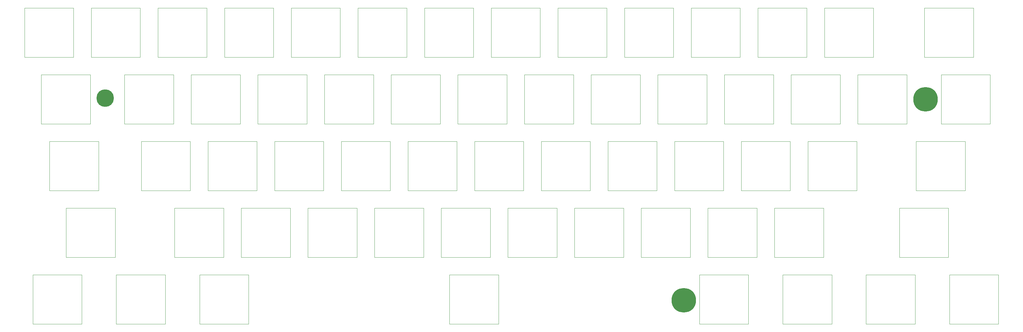
<source format=gto>
%TF.GenerationSoftware,KiCad,Pcbnew,(6.0.7)*%
%TF.CreationDate,2022-09-11T22:15:23-05:00*%
%TF.ProjectId,PyKey60,50794b65-7936-4302-9e6b-696361645f70,1.1*%
%TF.SameCoordinates,Original*%
%TF.FileFunction,Legend,Top*%
%TF.FilePolarity,Positive*%
%FSLAX46Y46*%
G04 Gerber Fmt 4.6, Leading zero omitted, Abs format (unit mm)*
G04 Created by KiCad (PCBNEW (6.0.7)) date 2022-09-11 22:15:23*
%MOMM*%
%LPD*%
G01*
G04 APERTURE LIST*
%ADD10C,0.120000*%
%ADD11C,7.000240*%
%ADD12C,5.001260*%
G04 APERTURE END LIST*
D10*
%TO.C,U1*%
X78437500Y-80820000D02*
X78437500Y-66820000D01*
X78437500Y-80820000D02*
X64437500Y-80820000D01*
X64437500Y-80820000D02*
X64437500Y-66820000D01*
X64437500Y-66820000D02*
X78437500Y-66820000D01*
%TO.C,U2*%
X83487500Y-66820000D02*
X97487500Y-66820000D01*
X83487500Y-80820000D02*
X83487500Y-66820000D01*
X97487500Y-80820000D02*
X83487500Y-80820000D01*
X97487500Y-80820000D02*
X97487500Y-66820000D01*
%TO.C,U3*%
X116538000Y-80820000D02*
X102538000Y-80820000D01*
X116538000Y-80820000D02*
X116538000Y-66820000D01*
X102538000Y-66820000D02*
X116538000Y-66820000D01*
X102538000Y-80820000D02*
X102538000Y-66820000D01*
%TO.C,U4*%
X121588000Y-66820000D02*
X135588000Y-66820000D01*
X135588000Y-80820000D02*
X135588000Y-66820000D01*
X121588000Y-80820000D02*
X121588000Y-66820000D01*
X135588000Y-80820000D02*
X121588000Y-80820000D01*
%TO.C,U5*%
X154638000Y-80820000D02*
X154638000Y-66820000D01*
X140638000Y-80820000D02*
X140638000Y-66820000D01*
X154638000Y-80820000D02*
X140638000Y-80820000D01*
X140638000Y-66820000D02*
X154638000Y-66820000D01*
%TO.C,U6*%
X173688000Y-80820000D02*
X173688000Y-66820000D01*
X159688000Y-80820000D02*
X159688000Y-66820000D01*
X159688000Y-66820000D02*
X173688000Y-66820000D01*
X173688000Y-80820000D02*
X159688000Y-80820000D01*
%TO.C,U7*%
X192738000Y-80820000D02*
X178738000Y-80820000D01*
X178738000Y-80820000D02*
X178738000Y-66820000D01*
X178738000Y-66820000D02*
X192738000Y-66820000D01*
X192738000Y-80820000D02*
X192738000Y-66820000D01*
%TO.C,U8*%
X211788000Y-80820000D02*
X197788000Y-80820000D01*
X211788000Y-80820000D02*
X211788000Y-66820000D01*
X197788000Y-66820000D02*
X211788000Y-66820000D01*
X197788000Y-80820000D02*
X197788000Y-66820000D01*
%TO.C,U9*%
X216838000Y-80820000D02*
X216838000Y-66820000D01*
X230838000Y-80820000D02*
X216838000Y-80820000D01*
X216838000Y-66820000D02*
X230838000Y-66820000D01*
X230838000Y-80820000D02*
X230838000Y-66820000D01*
%TO.C,U10*%
X249888000Y-80820000D02*
X249888000Y-66820000D01*
X235888000Y-66820000D02*
X249888000Y-66820000D01*
X235888000Y-80820000D02*
X235888000Y-66820000D01*
X249888000Y-80820000D02*
X235888000Y-80820000D01*
%TO.C,U11*%
X268938000Y-80820000D02*
X254938000Y-80820000D01*
X254938000Y-80820000D02*
X254938000Y-66820000D01*
X254938000Y-66820000D02*
X268938000Y-66820000D01*
X268938000Y-80820000D02*
X268938000Y-66820000D01*
%TO.C,U12*%
X273988000Y-80820000D02*
X273988000Y-66820000D01*
X287988000Y-80820000D02*
X273988000Y-80820000D01*
X273988000Y-66820000D02*
X287988000Y-66820000D01*
X287988000Y-80820000D02*
X287988000Y-66820000D01*
%TO.C,U13*%
X293038000Y-66820000D02*
X307038000Y-66820000D01*
X307038000Y-80820000D02*
X307038000Y-66820000D01*
X307038000Y-80820000D02*
X293038000Y-80820000D01*
X293038000Y-80820000D02*
X293038000Y-66820000D01*
%TO.C,U14*%
X321613000Y-80820000D02*
X321613000Y-66820000D01*
X321613000Y-66820000D02*
X335613000Y-66820000D01*
X335613000Y-80820000D02*
X335613000Y-66820000D01*
X335613000Y-80820000D02*
X321613000Y-80820000D01*
%TO.C,U15*%
X83200000Y-99870000D02*
X83200000Y-85870000D01*
X83200000Y-99870000D02*
X69200000Y-99870000D01*
X69200000Y-99870000D02*
X69200000Y-85870000D01*
X69200000Y-85870000D02*
X83200000Y-85870000D01*
%TO.C,U16*%
X93012000Y-99870000D02*
X93012000Y-85870000D01*
X107012000Y-99870000D02*
X107012000Y-85870000D01*
X93012000Y-85870000D02*
X107012000Y-85870000D01*
X107012000Y-99870000D02*
X93012000Y-99870000D01*
%TO.C,U17*%
X126062000Y-99870000D02*
X112062000Y-99870000D01*
X126062000Y-99870000D02*
X126062000Y-85870000D01*
X112062000Y-85870000D02*
X126062000Y-85870000D01*
X112062000Y-99870000D02*
X112062000Y-85870000D01*
%TO.C,U18*%
X131112000Y-99870000D02*
X131112000Y-85870000D01*
X145112000Y-99870000D02*
X145112000Y-85870000D01*
X145112000Y-99870000D02*
X131112000Y-99870000D01*
X131112000Y-85870000D02*
X145112000Y-85870000D01*
%TO.C,U19*%
X164162000Y-99870000D02*
X150162000Y-99870000D01*
X150162000Y-99870000D02*
X150162000Y-85870000D01*
X150162000Y-85870000D02*
X164162000Y-85870000D01*
X164162000Y-99870000D02*
X164162000Y-85870000D01*
%TO.C,U21*%
X202262000Y-99870000D02*
X188262000Y-99870000D01*
X188262000Y-99870000D02*
X188262000Y-85870000D01*
X202262000Y-99870000D02*
X202262000Y-85870000D01*
X188262000Y-85870000D02*
X202262000Y-85870000D01*
%TO.C,U22*%
X221312000Y-99870000D02*
X221312000Y-85870000D01*
X207312000Y-99870000D02*
X207312000Y-85870000D01*
X221312000Y-99870000D02*
X207312000Y-99870000D01*
X207312000Y-85870000D02*
X221312000Y-85870000D01*
%TO.C,U23*%
X226362000Y-99870000D02*
X226362000Y-85870000D01*
X240362000Y-99870000D02*
X226362000Y-99870000D01*
X240362000Y-99870000D02*
X240362000Y-85870000D01*
X226362000Y-85870000D02*
X240362000Y-85870000D01*
%TO.C,U25*%
X278462000Y-99870000D02*
X264462000Y-99870000D01*
X264462000Y-99870000D02*
X264462000Y-85870000D01*
X278462000Y-99870000D02*
X278462000Y-85870000D01*
X264462000Y-85870000D02*
X278462000Y-85870000D01*
%TO.C,U26*%
X283512000Y-85870000D02*
X297512000Y-85870000D01*
X283512000Y-99870000D02*
X283512000Y-85870000D01*
X297512000Y-99870000D02*
X297512000Y-85870000D01*
X297512000Y-99870000D02*
X283512000Y-99870000D01*
%TO.C,U27*%
X316562000Y-99870000D02*
X302562000Y-99870000D01*
X302562000Y-99870000D02*
X302562000Y-85870000D01*
X316562000Y-99870000D02*
X316562000Y-85870000D01*
X302562000Y-85870000D02*
X316562000Y-85870000D01*
%TO.C,U28*%
X326375000Y-85870000D02*
X340375000Y-85870000D01*
X340375000Y-99870000D02*
X340375000Y-85870000D01*
X326375000Y-99870000D02*
X326375000Y-85870000D01*
X340375000Y-99870000D02*
X326375000Y-99870000D01*
%TO.C,U29*%
X85582500Y-118920000D02*
X85582500Y-104920000D01*
X71582500Y-104920000D02*
X85582500Y-104920000D01*
X71582500Y-118920000D02*
X71582500Y-104920000D01*
X85582500Y-118920000D02*
X71582500Y-118920000D01*
%TO.C,U30*%
X97775000Y-118920000D02*
X97775000Y-104920000D01*
X97775000Y-104920000D02*
X111775000Y-104920000D01*
X111775000Y-118920000D02*
X97775000Y-118920000D01*
X111775000Y-118920000D02*
X111775000Y-104920000D01*
%TO.C,U31*%
X130825000Y-118920000D02*
X116825000Y-118920000D01*
X130825000Y-118920000D02*
X130825000Y-104920000D01*
X116825000Y-104920000D02*
X130825000Y-104920000D01*
X116825000Y-118920000D02*
X116825000Y-104920000D01*
%TO.C,U32*%
X149875000Y-118920000D02*
X149875000Y-104920000D01*
X135875000Y-104920000D02*
X149875000Y-104920000D01*
X135875000Y-118920000D02*
X135875000Y-104920000D01*
X149875000Y-118920000D02*
X135875000Y-118920000D01*
%TO.C,U33*%
X168925000Y-118920000D02*
X168925000Y-104920000D01*
X154925000Y-118920000D02*
X154925000Y-104920000D01*
X168925000Y-118920000D02*
X154925000Y-118920000D01*
X154925000Y-104920000D02*
X168925000Y-104920000D01*
%TO.C,U34*%
X173975000Y-104920000D02*
X187975000Y-104920000D01*
X173975000Y-118920000D02*
X173975000Y-104920000D01*
X187975000Y-118920000D02*
X173975000Y-118920000D01*
X187975000Y-118920000D02*
X187975000Y-104920000D01*
%TO.C,U35*%
X193025000Y-118920000D02*
X193025000Y-104920000D01*
X207025000Y-118920000D02*
X207025000Y-104920000D01*
X193025000Y-104920000D02*
X207025000Y-104920000D01*
X207025000Y-118920000D02*
X193025000Y-118920000D01*
%TO.C,U36*%
X226075000Y-118920000D02*
X212075000Y-118920000D01*
X226075000Y-118920000D02*
X226075000Y-104920000D01*
X212075000Y-118920000D02*
X212075000Y-104920000D01*
X212075000Y-104920000D02*
X226075000Y-104920000D01*
%TO.C,U37*%
X245125000Y-118920000D02*
X245125000Y-104920000D01*
X231125000Y-118920000D02*
X231125000Y-104920000D01*
X245125000Y-118920000D02*
X231125000Y-118920000D01*
X231125000Y-104920000D02*
X245125000Y-104920000D01*
%TO.C,U38*%
X264175000Y-118920000D02*
X250175000Y-118920000D01*
X264175000Y-118920000D02*
X264175000Y-104920000D01*
X250175000Y-118920000D02*
X250175000Y-104920000D01*
X250175000Y-104920000D02*
X264175000Y-104920000D01*
%TO.C,U39*%
X283225000Y-118920000D02*
X283225000Y-104920000D01*
X269225000Y-104920000D02*
X283225000Y-104920000D01*
X269225000Y-118920000D02*
X269225000Y-104920000D01*
X283225000Y-118920000D02*
X269225000Y-118920000D01*
%TO.C,U40*%
X288275000Y-118920000D02*
X288275000Y-104920000D01*
X302275000Y-118920000D02*
X288275000Y-118920000D01*
X288275000Y-104920000D02*
X302275000Y-104920000D01*
X302275000Y-118920000D02*
X302275000Y-104920000D01*
%TO.C,U41*%
X333231000Y-118920000D02*
X333231000Y-104920000D01*
X333231000Y-118920000D02*
X319231000Y-118920000D01*
X319231000Y-118920000D02*
X319231000Y-104920000D01*
X319231000Y-104920000D02*
X333231000Y-104920000D01*
%TO.C,U42*%
X90312000Y-137970000D02*
X76312000Y-137970000D01*
X76312000Y-123970000D02*
X90312000Y-123970000D01*
X90312000Y-137970000D02*
X90312000Y-123970000D01*
X76312000Y-137970000D02*
X76312000Y-123970000D01*
%TO.C,U43*%
X121300000Y-137970000D02*
X107300000Y-137970000D01*
X107300000Y-123970000D02*
X121300000Y-123970000D01*
X121300000Y-137970000D02*
X121300000Y-123970000D01*
X107300000Y-137970000D02*
X107300000Y-123970000D01*
%TO.C,U44*%
X140350000Y-137970000D02*
X126350000Y-137970000D01*
X126350000Y-123970000D02*
X140350000Y-123970000D01*
X126350000Y-137970000D02*
X126350000Y-123970000D01*
X140350000Y-137970000D02*
X140350000Y-123970000D01*
%TO.C,U45*%
X145400000Y-123970000D02*
X159400000Y-123970000D01*
X159400000Y-137970000D02*
X145400000Y-137970000D01*
X145400000Y-137970000D02*
X145400000Y-123970000D01*
X159400000Y-137970000D02*
X159400000Y-123970000D01*
%TO.C,U46*%
X178450000Y-137970000D02*
X178450000Y-123970000D01*
X164450000Y-137970000D02*
X164450000Y-123970000D01*
X164450000Y-123970000D02*
X178450000Y-123970000D01*
X178450000Y-137970000D02*
X164450000Y-137970000D01*
%TO.C,U47*%
X197500000Y-137970000D02*
X197500000Y-123970000D01*
X197500000Y-137970000D02*
X183500000Y-137970000D01*
X183500000Y-123970000D02*
X197500000Y-123970000D01*
X183500000Y-137970000D02*
X183500000Y-123970000D01*
%TO.C,U48*%
X202550000Y-123970000D02*
X216550000Y-123970000D01*
X216550000Y-137970000D02*
X202550000Y-137970000D01*
X202550000Y-137970000D02*
X202550000Y-123970000D01*
X216550000Y-137970000D02*
X216550000Y-123970000D01*
%TO.C,U49*%
X235600000Y-137970000D02*
X235600000Y-123970000D01*
X235600000Y-137970000D02*
X221600000Y-137970000D01*
X221600000Y-123970000D02*
X235600000Y-123970000D01*
X221600000Y-137970000D02*
X221600000Y-123970000D01*
%TO.C,U50*%
X240650000Y-123970000D02*
X254650000Y-123970000D01*
X240650000Y-137970000D02*
X240650000Y-123970000D01*
X254650000Y-137970000D02*
X254650000Y-123970000D01*
X254650000Y-137970000D02*
X240650000Y-137970000D01*
%TO.C,U51*%
X273700000Y-137970000D02*
X259700000Y-137970000D01*
X259700000Y-137970000D02*
X259700000Y-123970000D01*
X273700000Y-137970000D02*
X273700000Y-123970000D01*
X259700000Y-123970000D02*
X273700000Y-123970000D01*
%TO.C,U52*%
X292750000Y-137970000D02*
X292750000Y-123970000D01*
X278750000Y-123970000D02*
X292750000Y-123970000D01*
X292750000Y-137970000D02*
X278750000Y-137970000D01*
X278750000Y-137970000D02*
X278750000Y-123970000D01*
%TO.C,U53*%
X314469000Y-137970000D02*
X314469000Y-123970000D01*
X314469000Y-123970000D02*
X328469000Y-123970000D01*
X328469000Y-137970000D02*
X314469000Y-137970000D01*
X328469000Y-137970000D02*
X328469000Y-123970000D01*
%TO.C,U54*%
X80818800Y-157020000D02*
X66818800Y-157020000D01*
X66818800Y-143020000D02*
X80818800Y-143020000D01*
X80818800Y-157020000D02*
X80818800Y-143020000D01*
X66818800Y-157020000D02*
X66818800Y-143020000D01*
%TO.C,U55*%
X104631200Y-157020000D02*
X104631200Y-143020000D01*
X90631200Y-143020000D02*
X104631200Y-143020000D01*
X90631200Y-157020000D02*
X90631200Y-143020000D01*
X104631200Y-157020000D02*
X90631200Y-157020000D01*
%TO.C,U56*%
X128444000Y-157020000D02*
X114444000Y-157020000D01*
X128444000Y-157020000D02*
X128444000Y-143020000D01*
X114444000Y-143020000D02*
X128444000Y-143020000D01*
X114444000Y-157020000D02*
X114444000Y-143020000D01*
%TO.C,U57*%
X199881000Y-157020000D02*
X185881000Y-157020000D01*
X199881000Y-157020000D02*
X199881000Y-143020000D01*
X185881000Y-143020000D02*
X199881000Y-143020000D01*
X185881000Y-157020000D02*
X185881000Y-143020000D01*
%TO.C,U58*%
X257319000Y-143020000D02*
X271319000Y-143020000D01*
X271319000Y-157020000D02*
X257319000Y-157020000D01*
X257319000Y-157020000D02*
X257319000Y-143020000D01*
X271319000Y-157020000D02*
X271319000Y-143020000D01*
%TO.C,U59*%
X281131000Y-143020000D02*
X295131000Y-143020000D01*
X295131000Y-157020000D02*
X281131000Y-157020000D01*
X295131000Y-157020000D02*
X295131000Y-143020000D01*
X281131000Y-157020000D02*
X281131000Y-143020000D01*
%TO.C,U60*%
X304931000Y-143020000D02*
X318931000Y-143020000D01*
X304931000Y-157020000D02*
X304931000Y-143020000D01*
X318931000Y-157020000D02*
X318931000Y-143020000D01*
X318931000Y-157020000D02*
X304931000Y-157020000D01*
%TO.C,U61*%
X342744000Y-157020000D02*
X342744000Y-143020000D01*
X342744000Y-157020000D02*
X328744000Y-157020000D01*
X328744000Y-143020000D02*
X342744000Y-143020000D01*
X328744000Y-157020000D02*
X328744000Y-143020000D01*
%TO.C,U20*%
X169212000Y-99870000D02*
X169212000Y-85870000D01*
X183212000Y-99870000D02*
X169212000Y-99870000D01*
X169212000Y-85870000D02*
X183212000Y-85870000D01*
X183212000Y-99870000D02*
X183212000Y-85870000D01*
%TO.C,U24*%
X245412000Y-99870000D02*
X245412000Y-85870000D01*
X245412000Y-85870000D02*
X259412000Y-85870000D01*
X259412000Y-99870000D02*
X259412000Y-85870000D01*
X259412000Y-99870000D02*
X245412000Y-99870000D01*
%TD*%
D11*
%TO.C,H2*%
X321945000Y-92870000D03*
%TD*%
%TO.C,H4*%
X252825000Y-150274000D03*
%TD*%
D12*
%TO.C,H1*%
X87489300Y-92520800D03*
%TD*%
M02*

</source>
